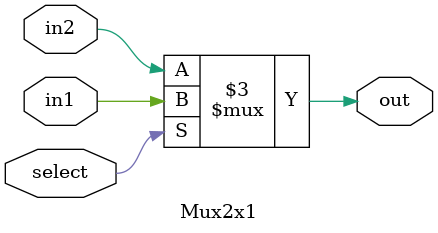
<source format=v>

module Mux2x1(in1, in2, select, out);
input in1, in2, select ;
output reg out ;

always @(in1, in2, select) 
begin 
 if(select) 
 out = in1;
 else 
 out = in2; 
end
endmodule

</source>
